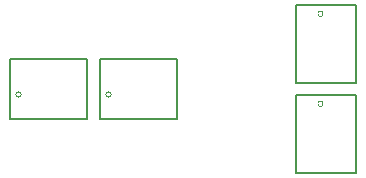
<source format=gbo>
G04 #@! TF.FileFunction,Legend,Bot*
%FSLAX46Y46*%
G04 Gerber Fmt 4.6, Leading zero omitted, Abs format (unit mm)*
G04 Created by KiCad (PCBNEW 4.0.0-stable) date 2016 May 25, Wednesday 08:29:24*
%MOMM*%
G01*
G04 APERTURE LIST*
%ADD10C,0.100000*%
%ADD11C,0.203200*%
G04 APERTURE END LIST*
D10*
D11*
X135155940Y-102849680D02*
X141704060Y-102849680D01*
X141704060Y-102849680D02*
X141704060Y-107970320D01*
X141704060Y-107970320D02*
X135155940Y-107970320D01*
X135155940Y-107970320D02*
X135155940Y-102849680D01*
D10*
X136112710Y-105884980D02*
G75*
G03X136112710Y-105884980I-222710J0D01*
G01*
D11*
X142775940Y-102849680D02*
X149324060Y-102849680D01*
X149324060Y-102849680D02*
X149324060Y-107970320D01*
X149324060Y-107970320D02*
X142775940Y-107970320D01*
X142775940Y-107970320D02*
X142775940Y-102849680D01*
D10*
X143732710Y-105884980D02*
G75*
G03X143732710Y-105884980I-222710J0D01*
G01*
D11*
X164485320Y-105945940D02*
X164485320Y-112494060D01*
X164485320Y-112494060D02*
X159364680Y-112494060D01*
X159364680Y-112494060D02*
X159364680Y-105945940D01*
X159364680Y-105945940D02*
X164485320Y-105945940D01*
D10*
X161672730Y-106680000D02*
G75*
G03X161672730Y-106680000I-222710J0D01*
G01*
D11*
X164485320Y-98325940D02*
X164485320Y-104874060D01*
X164485320Y-104874060D02*
X159364680Y-104874060D01*
X159364680Y-104874060D02*
X159364680Y-98325940D01*
X159364680Y-98325940D02*
X164485320Y-98325940D01*
D10*
X161672730Y-99060000D02*
G75*
G03X161672730Y-99060000I-222710J0D01*
G01*
M02*

</source>
